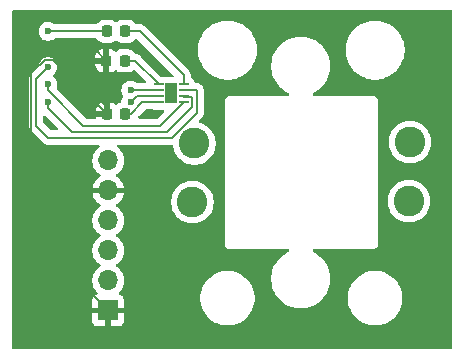
<source format=gbr>
%TF.GenerationSoftware,KiCad,Pcbnew,9.0.1+dfsg-1*%
%TF.CreationDate,2025-04-15T12:44:36+02:00*%
%TF.ProjectId,VCM-addon-pcb,56434d2d-6164-4646-9f6e-2d7063622e6b,rev?*%
%TF.SameCoordinates,Original*%
%TF.FileFunction,Copper,L1,Top*%
%TF.FilePolarity,Positive*%
%FSLAX46Y46*%
G04 Gerber Fmt 4.6, Leading zero omitted, Abs format (unit mm)*
G04 Created by KiCad (PCBNEW 9.0.1+dfsg-1) date 2025-04-15 12:44:36*
%MOMM*%
%LPD*%
G01*
G04 APERTURE LIST*
G04 Aperture macros list*
%AMRoundRect*
0 Rectangle with rounded corners*
0 $1 Rounding radius*
0 $2 $3 $4 $5 $6 $7 $8 $9 X,Y pos of 4 corners*
0 Add a 4 corners polygon primitive as box body*
4,1,4,$2,$3,$4,$5,$6,$7,$8,$9,$2,$3,0*
0 Add four circle primitives for the rounded corners*
1,1,$1+$1,$2,$3*
1,1,$1+$1,$4,$5*
1,1,$1+$1,$6,$7*
1,1,$1+$1,$8,$9*
0 Add four rect primitives between the rounded corners*
20,1,$1+$1,$2,$3,$4,$5,0*
20,1,$1+$1,$4,$5,$6,$7,0*
20,1,$1+$1,$6,$7,$8,$9,0*
20,1,$1+$1,$8,$9,$2,$3,0*%
G04 Aperture macros list end*
%TA.AperFunction,SMDPad,CuDef*%
%ADD10RoundRect,0.225000X0.225000X0.250000X-0.225000X0.250000X-0.225000X-0.250000X0.225000X-0.250000X0*%
%TD*%
%TA.AperFunction,SMDPad,CuDef*%
%ADD11RoundRect,0.225000X-0.225000X-0.250000X0.225000X-0.250000X0.225000X0.250000X-0.225000X0.250000X0*%
%TD*%
%TA.AperFunction,SMDPad,CuDef*%
%ADD12R,0.806066X0.256842*%
%TD*%
%TA.AperFunction,SMDPad,CuDef*%
%ADD13R,1.000000X1.699999*%
%TD*%
%TA.AperFunction,ComponentPad*%
%ADD14R,1.700000X1.700000*%
%TD*%
%TA.AperFunction,ComponentPad*%
%ADD15O,1.700000X1.700000*%
%TD*%
%TA.AperFunction,ViaPad*%
%ADD16C,0.600000*%
%TD*%
%TA.AperFunction,ViaPad*%
%ADD17C,2.600000*%
%TD*%
%TA.AperFunction,Conductor*%
%ADD18C,0.200000*%
%TD*%
G04 APERTURE END LIST*
D10*
%TO.P,C4,1*%
%TO.N,Net-(U1-GND)*%
X138050000Y-111500000D03*
%TO.P,C4,2*%
%TO.N,GNDREF*%
X136500000Y-111500000D03*
%TD*%
D11*
%TO.P,C3,1*%
%TO.N,Net-(U1-VCC)*%
X136500000Y-104500000D03*
%TO.P,C3,2*%
X138050000Y-104500000D03*
%TD*%
D12*
%TO.P,U1,1,VM*%
%TO.N,Net-(U1-VM)*%
X140893934Y-109000001D03*
%TO.P,U1,2,OUT1*%
%TO.N,VCM -*%
X140893934Y-109499999D03*
%TO.P,U1,3,OUT2*%
%TO.N,VCM +*%
X140893934Y-109999999D03*
%TO.P,U1,4,GND*%
%TO.N,Net-(U1-GND)*%
X140893934Y-110500000D03*
%TO.P,U1,5,IN2_EN*%
%TO.N,PWM_EN*%
X143000000Y-110500000D03*
%TO.P,U1,6,IN1_PH*%
%TO.N,PWM_PH*%
X143000000Y-109999999D03*
%TO.P,U1,7,MODE*%
%TO.N,SLEEP*%
X143000000Y-109499999D03*
%TO.P,U1,8,VCC*%
%TO.N,Net-(U1-VCC)*%
X143000000Y-109000001D03*
D13*
%TO.P,U1,9,Thermal_Pad*%
%TO.N,unconnected-(U1-Thermal_Pad-Pad9)*%
X141946967Y-109749999D03*
%TD*%
D11*
%TO.P,C2,1*%
%TO.N,GNDREF*%
X136450000Y-107000000D03*
%TO.P,C2,2*%
%TO.N,Net-(U1-VM)*%
X138000000Y-107000000D03*
%TD*%
D14*
%TO.P,.54mm_Haaks,1*%
%TO.N,GNDREF*%
X136600000Y-128140000D03*
D15*
%TO.P,.54mm_Haaks,2*%
%TO.N,PWM_PH*%
X136600000Y-125600000D03*
%TO.P,.54mm_Haaks,3*%
%TO.N,PWM_EN*%
X136600000Y-123060000D03*
%TO.P,.54mm_Haaks,4*%
%TO.N,SLEEP*%
X136600000Y-120520000D03*
%TO.P,.54mm_Haaks,5*%
%TO.N,GNDREF*%
X136600000Y-117980000D03*
%TO.P,.54mm_Haaks,6*%
%TO.N,Net-(U1-VCC)*%
X136600000Y-115440000D03*
%TD*%
D16*
%TO.N,unconnected-(U1-Thermal_Pad-Pad9)*%
X141975000Y-109725000D03*
D17*
%TO.N,VCM -*%
X143900000Y-114000000D03*
D16*
%TO.N,Net-(U1-VCC)*%
X131500000Y-104500000D03*
%TO.N,VCM -*%
X138500000Y-109500000D03*
D17*
X162050000Y-118875000D03*
D16*
%TO.N,VCM +*%
X138500000Y-110500000D03*
D17*
X143732114Y-118961986D03*
X162150000Y-113875000D03*
D16*
%TO.N,PWM_EN*%
X131500000Y-109000000D03*
%TO.N,SLEEP*%
X131500000Y-107500000D03*
%TO.N,PWM_PH*%
X131500000Y-110500000D03*
%TO.N,GNDREF*%
X131500000Y-106000000D03*
%TD*%
D18*
%TO.N,unconnected-(U1-Thermal_Pad-Pad9)*%
X141950001Y-109749999D02*
X141975000Y-109725000D01*
X141946967Y-109749999D02*
X141950001Y-109749999D01*
%TO.N,Net-(U1-VM)*%
X138000000Y-107000000D02*
X138893933Y-107000000D01*
X138893933Y-107000000D02*
X140893934Y-109000001D01*
%TO.N,Net-(U1-VCC)*%
X136225000Y-104500000D02*
X131500000Y-104500000D01*
X143000000Y-108225000D02*
X143000000Y-109000001D01*
X139275000Y-104500000D02*
X143000000Y-108225000D01*
X137775000Y-104500000D02*
X139275000Y-104500000D01*
%TO.N,VCM -*%
X141000000Y-109500000D02*
X138500000Y-109500000D01*
X140893934Y-109499999D02*
X140999999Y-109499999D01*
X140999999Y-109499999D02*
X141000000Y-109500000D01*
%TO.N,Net-(U1-GND)*%
X138500000Y-111500000D02*
X139500000Y-110500000D01*
X139500000Y-110500000D02*
X140893934Y-110500000D01*
X138050000Y-111500000D02*
X138500000Y-111500000D01*
%TO.N,VCM +*%
X139000001Y-109999999D02*
X138500000Y-110500000D01*
X140893934Y-109999999D02*
X139000001Y-109999999D01*
%TO.N,PWM_EN*%
X141000000Y-112500000D02*
X143000000Y-110500000D01*
X131500000Y-109500000D02*
X134500000Y-112500000D01*
X131500000Y-109000000D02*
X131500000Y-109500000D01*
X134500000Y-112500000D02*
X141000000Y-112500000D01*
%TO.N,SLEEP*%
X143000000Y-109499999D02*
X144105033Y-109500000D01*
X144105033Y-109500000D02*
X144105033Y-111394967D01*
X144105033Y-111394967D02*
X142000000Y-113500000D01*
X142000000Y-113500000D02*
X131500000Y-113500000D01*
X130500000Y-108500000D02*
X131500000Y-107500000D01*
X130500000Y-112500000D02*
X130500000Y-108500000D01*
X131500000Y-113500000D02*
X130500000Y-112500000D01*
%TO.N,PWM_PH*%
X131500000Y-111000000D02*
X133500000Y-113000000D01*
X143636934Y-110070579D02*
X143000000Y-110070579D01*
X133500000Y-113000000D02*
X141602016Y-113000000D01*
X141602016Y-113000000D02*
X143672595Y-110929421D01*
X143672595Y-110929421D02*
X143704033Y-110929421D01*
X143000000Y-109999999D02*
X143000000Y-110000000D01*
X143704033Y-110929421D02*
X143704033Y-110500000D01*
X143704033Y-110929421D02*
X143704033Y-110137678D01*
X131500000Y-110500000D02*
X131500000Y-111000000D01*
X143000000Y-110070579D02*
X143000000Y-109999999D01*
X143704033Y-110137678D02*
X143636934Y-110070579D01*
%TO.N,GNDREF*%
X136500000Y-111500000D02*
X136500000Y-110937925D01*
X131562075Y-106000000D02*
X131500000Y-106000000D01*
X136600000Y-128140000D02*
X130099000Y-121639000D01*
X130099000Y-121639000D02*
X130099000Y-108051057D01*
X131251057Y-106899000D02*
X131899000Y-106899000D01*
X130099000Y-108051057D02*
X131251057Y-106899000D01*
X136500000Y-110937925D02*
X131562075Y-106000000D01*
X131899000Y-106899000D02*
X136500000Y-111500000D01*
X135450000Y-106000000D02*
X131500000Y-106000000D01*
X136450000Y-107000000D02*
X135450000Y-106000000D01*
%TD*%
%TA.AperFunction,Conductor*%
%TO.N,GNDREF*%
G36*
X165667539Y-102720185D02*
G01*
X165713294Y-102772989D01*
X165724500Y-102824500D01*
X165724500Y-131300500D01*
X165704815Y-131367539D01*
X165652011Y-131413294D01*
X165600500Y-131424500D01*
X128599500Y-131424500D01*
X128532461Y-131404815D01*
X128486706Y-131352011D01*
X128475500Y-131300500D01*
X128475500Y-112579054D01*
X129899498Y-112579054D01*
X129940424Y-112731789D01*
X129940425Y-112731790D01*
X129961455Y-112768214D01*
X129961456Y-112768216D01*
X130019475Y-112868709D01*
X130019481Y-112868717D01*
X130138349Y-112987585D01*
X130138354Y-112987589D01*
X131131284Y-113980520D01*
X131131286Y-113980521D01*
X131131290Y-113980524D01*
X131268209Y-114059573D01*
X131268216Y-114059577D01*
X131420943Y-114100501D01*
X131420945Y-114100501D01*
X131586654Y-114100501D01*
X131586670Y-114100500D01*
X135764423Y-114100500D01*
X135831462Y-114120185D01*
X135877217Y-114172989D01*
X135887161Y-114242147D01*
X135858136Y-114305703D01*
X135837310Y-114324816D01*
X135799882Y-114352010D01*
X135720207Y-114409896D01*
X135569890Y-114560213D01*
X135444951Y-114732179D01*
X135348444Y-114921585D01*
X135282753Y-115123760D01*
X135272309Y-115189704D01*
X135249500Y-115333713D01*
X135249500Y-115546287D01*
X135282754Y-115756243D01*
X135297133Y-115800498D01*
X135348444Y-115958414D01*
X135444951Y-116147820D01*
X135569890Y-116319786D01*
X135720213Y-116470109D01*
X135892179Y-116595048D01*
X135892181Y-116595049D01*
X135892184Y-116595051D01*
X135901493Y-116599794D01*
X135952290Y-116647766D01*
X135969087Y-116715587D01*
X135946552Y-116781722D01*
X135901502Y-116820762D01*
X135892443Y-116825378D01*
X135720540Y-116950272D01*
X135720535Y-116950276D01*
X135570276Y-117100535D01*
X135570272Y-117100540D01*
X135445379Y-117272442D01*
X135348904Y-117461782D01*
X135283242Y-117663870D01*
X135283242Y-117663873D01*
X135272769Y-117730000D01*
X136166988Y-117730000D01*
X136134075Y-117787007D01*
X136100000Y-117914174D01*
X136100000Y-118045826D01*
X136134075Y-118172993D01*
X136166988Y-118230000D01*
X135272769Y-118230000D01*
X135283242Y-118296126D01*
X135283242Y-118296129D01*
X135348904Y-118498217D01*
X135445379Y-118687557D01*
X135570272Y-118859459D01*
X135570276Y-118859464D01*
X135720535Y-119009723D01*
X135720540Y-119009727D01*
X135892444Y-119134622D01*
X135901495Y-119139234D01*
X135952292Y-119187208D01*
X135969087Y-119255029D01*
X135946550Y-119321164D01*
X135901499Y-119360202D01*
X135892182Y-119364949D01*
X135720213Y-119489890D01*
X135569890Y-119640213D01*
X135444951Y-119812179D01*
X135348444Y-120001585D01*
X135282753Y-120203760D01*
X135249500Y-120413713D01*
X135249500Y-120626286D01*
X135282753Y-120836239D01*
X135348444Y-121038414D01*
X135444951Y-121227820D01*
X135569890Y-121399786D01*
X135720213Y-121550109D01*
X135892182Y-121675050D01*
X135900946Y-121679516D01*
X135951742Y-121727491D01*
X135968536Y-121795312D01*
X135945998Y-121861447D01*
X135900946Y-121900484D01*
X135892182Y-121904949D01*
X135720213Y-122029890D01*
X135569890Y-122180213D01*
X135444951Y-122352179D01*
X135348444Y-122541585D01*
X135282753Y-122743760D01*
X135265847Y-122850500D01*
X135249500Y-122953713D01*
X135249500Y-123166287D01*
X135282754Y-123376243D01*
X135294805Y-123413333D01*
X135348444Y-123578414D01*
X135444951Y-123767820D01*
X135569890Y-123939786D01*
X135720213Y-124090109D01*
X135892182Y-124215050D01*
X135900946Y-124219516D01*
X135951742Y-124267491D01*
X135968536Y-124335312D01*
X135945998Y-124401447D01*
X135900946Y-124440484D01*
X135892182Y-124444949D01*
X135720213Y-124569890D01*
X135569890Y-124720213D01*
X135444951Y-124892179D01*
X135348444Y-125081585D01*
X135282753Y-125283760D01*
X135249500Y-125493713D01*
X135249500Y-125706286D01*
X135282753Y-125916239D01*
X135348444Y-126118414D01*
X135444951Y-126307820D01*
X135569890Y-126479786D01*
X135683818Y-126593714D01*
X135717303Y-126655037D01*
X135712319Y-126724729D01*
X135670447Y-126780662D01*
X135639471Y-126797577D01*
X135507912Y-126846646D01*
X135507906Y-126846649D01*
X135392812Y-126932809D01*
X135392809Y-126932812D01*
X135306649Y-127047906D01*
X135306645Y-127047913D01*
X135256403Y-127182620D01*
X135256401Y-127182627D01*
X135250000Y-127242155D01*
X135250000Y-127890000D01*
X136166988Y-127890000D01*
X136134075Y-127947007D01*
X136100000Y-128074174D01*
X136100000Y-128205826D01*
X136134075Y-128332993D01*
X136166988Y-128390000D01*
X135250000Y-128390000D01*
X135250000Y-129037844D01*
X135256401Y-129097372D01*
X135256403Y-129097379D01*
X135306645Y-129232086D01*
X135306649Y-129232093D01*
X135392809Y-129347187D01*
X135392812Y-129347190D01*
X135507906Y-129433350D01*
X135507913Y-129433354D01*
X135642620Y-129483596D01*
X135642627Y-129483598D01*
X135702155Y-129489999D01*
X135702172Y-129490000D01*
X136350000Y-129490000D01*
X136350000Y-128573012D01*
X136407007Y-128605925D01*
X136534174Y-128640000D01*
X136665826Y-128640000D01*
X136792993Y-128605925D01*
X136850000Y-128573012D01*
X136850000Y-129490000D01*
X137497828Y-129490000D01*
X137497844Y-129489999D01*
X137557372Y-129483598D01*
X137557379Y-129483596D01*
X137692086Y-129433354D01*
X137692093Y-129433350D01*
X137807187Y-129347190D01*
X137807190Y-129347187D01*
X137893350Y-129232093D01*
X137893354Y-129232086D01*
X137943596Y-129097379D01*
X137943598Y-129097372D01*
X137949999Y-129037844D01*
X137950000Y-129037827D01*
X137950000Y-128390000D01*
X137033012Y-128390000D01*
X137065925Y-128332993D01*
X137100000Y-128205826D01*
X137100000Y-128074174D01*
X137065925Y-127947007D01*
X137033012Y-127890000D01*
X137950000Y-127890000D01*
X137950000Y-127242172D01*
X137949999Y-127242155D01*
X137943598Y-127182627D01*
X137943596Y-127182620D01*
X137893354Y-127047913D01*
X137893350Y-127047906D01*
X137872062Y-127019469D01*
X137819475Y-126949223D01*
X144399500Y-126949223D01*
X144399500Y-127250776D01*
X144399501Y-127250793D01*
X144438861Y-127549766D01*
X144516913Y-127841060D01*
X144632314Y-128119661D01*
X144632318Y-128119671D01*
X144783099Y-128380831D01*
X144966679Y-128620078D01*
X144966685Y-128620085D01*
X145179914Y-128833314D01*
X145179921Y-128833320D01*
X145419168Y-129016900D01*
X145680328Y-129167681D01*
X145680329Y-129167681D01*
X145680332Y-129167683D01*
X145835815Y-129232086D01*
X145958939Y-129283086D01*
X145958940Y-129283086D01*
X145958942Y-129283087D01*
X146250232Y-129361138D01*
X146549217Y-129400500D01*
X146549224Y-129400500D01*
X146850776Y-129400500D01*
X146850783Y-129400500D01*
X147149768Y-129361138D01*
X147441058Y-129283087D01*
X147719668Y-129167683D01*
X147980832Y-129016900D01*
X148220080Y-128833319D01*
X148433319Y-128620080D01*
X148616900Y-128380832D01*
X148767683Y-128119668D01*
X148883087Y-127841058D01*
X148961138Y-127549768D01*
X149000500Y-127250783D01*
X149000500Y-126949217D01*
X148961138Y-126650232D01*
X148883087Y-126358942D01*
X148767683Y-126080332D01*
X148738445Y-126029691D01*
X148616900Y-125819168D01*
X148433320Y-125579921D01*
X148433314Y-125579914D01*
X148220085Y-125366685D01*
X148220078Y-125366679D01*
X147980831Y-125183099D01*
X147719671Y-125032318D01*
X147719661Y-125032314D01*
X147441060Y-124916913D01*
X147149766Y-124838861D01*
X146850793Y-124799501D01*
X146850788Y-124799500D01*
X146850783Y-124799500D01*
X146549217Y-124799500D01*
X146549211Y-124799500D01*
X146549206Y-124799501D01*
X146250233Y-124838861D01*
X145958939Y-124916913D01*
X145680338Y-125032314D01*
X145680328Y-125032318D01*
X145419168Y-125183099D01*
X145179921Y-125366679D01*
X145179914Y-125366685D01*
X144966685Y-125579914D01*
X144966679Y-125579921D01*
X144783099Y-125819168D01*
X144632318Y-126080328D01*
X144632314Y-126080338D01*
X144516913Y-126358939D01*
X144438861Y-126650233D01*
X144399501Y-126949206D01*
X144399500Y-126949223D01*
X137819475Y-126949223D01*
X137807190Y-126932812D01*
X137807187Y-126932809D01*
X137692093Y-126846649D01*
X137692088Y-126846646D01*
X137560528Y-126797577D01*
X137504595Y-126755705D01*
X137480178Y-126690241D01*
X137495030Y-126621968D01*
X137516175Y-126593720D01*
X137630104Y-126479792D01*
X137755051Y-126307816D01*
X137851557Y-126118412D01*
X137917246Y-125916243D01*
X137950500Y-125706287D01*
X137950500Y-125493713D01*
X137917246Y-125283757D01*
X137851557Y-125081588D01*
X137755051Y-124892184D01*
X137755049Y-124892181D01*
X137755048Y-124892179D01*
X137630109Y-124720213D01*
X137479786Y-124569890D01*
X137307820Y-124444951D01*
X137307115Y-124444591D01*
X137299054Y-124440485D01*
X137248259Y-124392512D01*
X137231463Y-124324692D01*
X137253999Y-124258556D01*
X137299054Y-124219515D01*
X137307816Y-124215051D01*
X137359745Y-124177323D01*
X137479786Y-124090109D01*
X137479788Y-124090106D01*
X137479792Y-124090104D01*
X137630104Y-123939792D01*
X137630106Y-123939788D01*
X137630109Y-123939786D01*
X137755048Y-123767820D01*
X137755047Y-123767820D01*
X137755051Y-123767816D01*
X137851557Y-123578412D01*
X137917246Y-123376243D01*
X137950500Y-123166287D01*
X137950500Y-122953713D01*
X137917246Y-122743757D01*
X137851557Y-122541588D01*
X137755051Y-122352184D01*
X137755049Y-122352181D01*
X137755048Y-122352179D01*
X137630109Y-122180213D01*
X137479786Y-122029890D01*
X137307820Y-121904951D01*
X137307115Y-121904591D01*
X137299054Y-121900485D01*
X137248259Y-121852512D01*
X137231463Y-121784692D01*
X137253999Y-121718556D01*
X137299054Y-121679515D01*
X137307816Y-121675051D01*
X137329789Y-121659086D01*
X137479786Y-121550109D01*
X137479788Y-121550106D01*
X137479792Y-121550104D01*
X137630104Y-121399792D01*
X137630106Y-121399788D01*
X137630109Y-121399786D01*
X137755048Y-121227820D01*
X137755047Y-121227820D01*
X137755051Y-121227816D01*
X137851557Y-121038412D01*
X137917246Y-120836243D01*
X137950500Y-120626287D01*
X137950500Y-120413713D01*
X137917246Y-120203757D01*
X137851557Y-120001588D01*
X137755051Y-119812184D01*
X137755049Y-119812181D01*
X137755048Y-119812179D01*
X137630109Y-119640213D01*
X137479786Y-119489890D01*
X137307817Y-119364949D01*
X137298504Y-119360204D01*
X137247707Y-119312230D01*
X137230912Y-119244409D01*
X137253449Y-119178274D01*
X137298507Y-119139232D01*
X137307558Y-119134620D01*
X137479459Y-119009727D01*
X137479464Y-119009723D01*
X137629723Y-118859464D01*
X137629727Y-118859459D01*
X137640972Y-118843981D01*
X141931614Y-118843981D01*
X141931614Y-119079990D01*
X141931615Y-119080006D01*
X141962420Y-119313996D01*
X142023508Y-119541979D01*
X142113828Y-119760031D01*
X142113833Y-119760042D01*
X142143935Y-119812179D01*
X142231841Y-119964436D01*
X142231843Y-119964439D01*
X142231844Y-119964440D01*
X142375520Y-120151683D01*
X142375526Y-120151690D01*
X142542409Y-120318573D01*
X142542415Y-120318578D01*
X142729664Y-120462259D01*
X142861032Y-120538104D01*
X142934057Y-120580266D01*
X142934062Y-120580268D01*
X142934065Y-120580270D01*
X143152121Y-120670592D01*
X143380100Y-120731679D01*
X143614103Y-120762486D01*
X143614110Y-120762486D01*
X143850118Y-120762486D01*
X143850125Y-120762486D01*
X144084128Y-120731679D01*
X144312107Y-120670592D01*
X144530163Y-120580270D01*
X144734564Y-120462259D01*
X144921813Y-120318578D01*
X145088706Y-120151685D01*
X145232387Y-119964436D01*
X145350398Y-119760035D01*
X145440720Y-119541979D01*
X145501807Y-119314000D01*
X145532614Y-119079997D01*
X145532614Y-118843975D01*
X145501807Y-118609972D01*
X145440720Y-118381993D01*
X145350398Y-118163937D01*
X145350396Y-118163934D01*
X145350394Y-118163929D01*
X145300178Y-118076954D01*
X145232387Y-117959536D01*
X145088706Y-117772287D01*
X145088701Y-117772281D01*
X144921818Y-117605398D01*
X144921811Y-117605392D01*
X144734568Y-117461716D01*
X144734567Y-117461715D01*
X144734564Y-117461713D01*
X144653071Y-117414663D01*
X144530170Y-117343705D01*
X144530159Y-117343700D01*
X144312107Y-117253380D01*
X144084124Y-117192292D01*
X143850134Y-117161487D01*
X143850131Y-117161486D01*
X143850125Y-117161486D01*
X143614103Y-117161486D01*
X143614097Y-117161486D01*
X143614093Y-117161487D01*
X143380103Y-117192292D01*
X143152120Y-117253380D01*
X142934068Y-117343700D01*
X142934057Y-117343705D01*
X142729659Y-117461716D01*
X142542416Y-117605392D01*
X142542409Y-117605398D01*
X142375526Y-117772281D01*
X142375520Y-117772288D01*
X142231844Y-117959531D01*
X142113833Y-118163929D01*
X142113828Y-118163940D01*
X142023508Y-118381992D01*
X141962420Y-118609975D01*
X141931615Y-118843965D01*
X141931614Y-118843981D01*
X137640972Y-118843981D01*
X137696878Y-118767034D01*
X137696880Y-118767031D01*
X137754623Y-118687553D01*
X137851095Y-118498217D01*
X137916757Y-118296129D01*
X137916757Y-118296126D01*
X137927231Y-118230000D01*
X137033012Y-118230000D01*
X137065925Y-118172993D01*
X137100000Y-118045826D01*
X137100000Y-117914174D01*
X137065925Y-117787007D01*
X137033012Y-117730000D01*
X137927231Y-117730000D01*
X137916757Y-117663873D01*
X137916757Y-117663870D01*
X137851095Y-117461782D01*
X137754620Y-117272442D01*
X137629727Y-117100540D01*
X137629723Y-117100535D01*
X137479464Y-116950276D01*
X137479459Y-116950272D01*
X137307555Y-116825377D01*
X137298500Y-116820763D01*
X137247706Y-116772788D01*
X137230912Y-116704966D01*
X137253451Y-116638832D01*
X137298508Y-116599793D01*
X137307816Y-116595051D01*
X137387007Y-116537515D01*
X137479786Y-116470109D01*
X137479788Y-116470106D01*
X137479792Y-116470104D01*
X137630104Y-116319792D01*
X137630106Y-116319788D01*
X137630109Y-116319786D01*
X137755048Y-116147820D01*
X137755047Y-116147820D01*
X137755051Y-116147816D01*
X137851557Y-115958412D01*
X137917246Y-115756243D01*
X137950500Y-115546287D01*
X137950500Y-115333713D01*
X137917246Y-115123757D01*
X137851557Y-114921588D01*
X137755051Y-114732184D01*
X137755049Y-114732181D01*
X137755048Y-114732179D01*
X137630109Y-114560213D01*
X137479792Y-114409896D01*
X137362691Y-114324817D01*
X137320026Y-114269489D01*
X137314047Y-114199876D01*
X137346652Y-114138080D01*
X137407491Y-114103723D01*
X137435577Y-114100500D01*
X141913333Y-114100500D01*
X141920939Y-114100500D01*
X141920943Y-114100501D01*
X141988452Y-114100501D01*
X142055491Y-114120186D01*
X142101245Y-114172991D01*
X142101245Y-114172995D01*
X142111388Y-114208315D01*
X142115843Y-114242147D01*
X142126726Y-114324819D01*
X142130307Y-114352014D01*
X142157900Y-114454993D01*
X142191394Y-114579993D01*
X142281714Y-114798045D01*
X142281719Y-114798056D01*
X142352677Y-114920957D01*
X142399727Y-115002450D01*
X142399729Y-115002453D01*
X142399730Y-115002454D01*
X142543406Y-115189697D01*
X142543412Y-115189704D01*
X142710295Y-115356587D01*
X142710302Y-115356593D01*
X142820306Y-115441001D01*
X142897550Y-115500273D01*
X142977249Y-115546287D01*
X143101943Y-115618280D01*
X143101948Y-115618282D01*
X143101951Y-115618284D01*
X143320007Y-115708606D01*
X143547986Y-115769693D01*
X143781989Y-115800500D01*
X143781996Y-115800500D01*
X144018004Y-115800500D01*
X144018011Y-115800500D01*
X144252014Y-115769693D01*
X144479993Y-115708606D01*
X144698049Y-115618284D01*
X144902450Y-115500273D01*
X145089699Y-115356592D01*
X145256592Y-115189699D01*
X145400273Y-115002450D01*
X145518284Y-114798049D01*
X145608606Y-114579993D01*
X145669693Y-114352014D01*
X145700500Y-114118011D01*
X145700500Y-113881989D01*
X145669693Y-113647986D01*
X145608606Y-113420007D01*
X145518284Y-113201951D01*
X145518282Y-113201948D01*
X145518280Y-113201943D01*
X145476118Y-113128918D01*
X145400273Y-112997550D01*
X145309932Y-112879815D01*
X145256593Y-112810302D01*
X145256587Y-112810295D01*
X145089704Y-112643412D01*
X145089697Y-112643406D01*
X144902454Y-112499730D01*
X144902453Y-112499729D01*
X144902450Y-112499727D01*
X144820957Y-112452677D01*
X144698056Y-112381719D01*
X144698045Y-112381714D01*
X144479993Y-112291394D01*
X144465770Y-112287583D01*
X144354505Y-112257769D01*
X144349321Y-112254610D01*
X144343266Y-112254177D01*
X144319837Y-112236638D01*
X144294846Y-112221405D01*
X144292192Y-112215943D01*
X144287333Y-112212305D01*
X144277105Y-112184885D01*
X144264317Y-112158558D01*
X144265037Y-112152529D01*
X144262916Y-112146841D01*
X144269137Y-112118241D01*
X144272612Y-112089182D01*
X144276807Y-112082983D01*
X144277768Y-112078568D01*
X144298916Y-112050317D01*
X144473746Y-111875488D01*
X144473749Y-111875487D01*
X144585553Y-111763683D01*
X144635672Y-111676871D01*
X144664610Y-111626752D01*
X144705533Y-111474025D01*
X144705533Y-111315910D01*
X144705533Y-110384108D01*
X146449500Y-110384108D01*
X146449500Y-122515892D01*
X146456385Y-122541588D01*
X146483608Y-122643187D01*
X146516554Y-122700250D01*
X146549500Y-122757314D01*
X146642686Y-122850500D01*
X146756814Y-122916392D01*
X146884108Y-122950500D01*
X146884110Y-122950500D01*
X151799873Y-122950500D01*
X151866912Y-122970185D01*
X151912667Y-123022989D01*
X151922611Y-123092147D01*
X151893586Y-123155703D01*
X151853674Y-123186220D01*
X151692351Y-123263908D01*
X151454544Y-123413333D01*
X151234966Y-123588440D01*
X151036374Y-123787032D01*
X150861267Y-124006610D01*
X150711844Y-124244414D01*
X150589991Y-124497445D01*
X150497234Y-124762527D01*
X150497230Y-124762539D01*
X150434736Y-125036344D01*
X150434733Y-125036362D01*
X150403291Y-125315425D01*
X150403291Y-125596288D01*
X150434733Y-125875351D01*
X150434736Y-125875369D01*
X150497230Y-126149174D01*
X150497234Y-126149186D01*
X150589991Y-126414268D01*
X150711844Y-126667299D01*
X150747930Y-126724729D01*
X150861268Y-126905105D01*
X151036375Y-127124682D01*
X151234966Y-127323273D01*
X151454543Y-127498380D01*
X151692346Y-127647802D01*
X151945383Y-127769658D01*
X152126384Y-127832993D01*
X152210461Y-127862413D01*
X152210473Y-127862417D01*
X152484282Y-127924912D01*
X152484288Y-127924912D01*
X152484296Y-127924914D01*
X152653321Y-127943958D01*
X152763360Y-127956356D01*
X152763363Y-127956357D01*
X152763366Y-127956357D01*
X153044219Y-127956357D01*
X153044220Y-127956356D01*
X153186846Y-127940286D01*
X153323285Y-127924914D01*
X153323290Y-127924913D01*
X153323300Y-127924912D01*
X153597109Y-127862417D01*
X153862199Y-127769658D01*
X154115236Y-127647802D01*
X154353039Y-127498380D01*
X154572616Y-127323273D01*
X154771207Y-127124682D01*
X154911131Y-126949223D01*
X156899500Y-126949223D01*
X156899500Y-127250776D01*
X156899501Y-127250793D01*
X156938861Y-127549766D01*
X157016913Y-127841060D01*
X157132314Y-128119661D01*
X157132318Y-128119671D01*
X157283099Y-128380831D01*
X157466679Y-128620078D01*
X157466685Y-128620085D01*
X157679914Y-128833314D01*
X157679921Y-128833320D01*
X157919168Y-129016900D01*
X158180328Y-129167681D01*
X158180329Y-129167681D01*
X158180332Y-129167683D01*
X158335815Y-129232086D01*
X158458939Y-129283086D01*
X158458940Y-129283086D01*
X158458942Y-129283087D01*
X158750232Y-129361138D01*
X159049217Y-129400500D01*
X159049224Y-129400500D01*
X159350776Y-129400500D01*
X159350783Y-129400500D01*
X159649768Y-129361138D01*
X159941058Y-129283087D01*
X160219668Y-129167683D01*
X160480832Y-129016900D01*
X160720080Y-128833319D01*
X160933319Y-128620080D01*
X161116900Y-128380832D01*
X161267683Y-128119668D01*
X161383087Y-127841058D01*
X161461138Y-127549768D01*
X161500500Y-127250783D01*
X161500500Y-126949217D01*
X161461138Y-126650232D01*
X161383087Y-126358942D01*
X161267683Y-126080332D01*
X161238445Y-126029691D01*
X161116900Y-125819168D01*
X160933320Y-125579921D01*
X160933314Y-125579914D01*
X160720085Y-125366685D01*
X160720078Y-125366679D01*
X160480831Y-125183099D01*
X160219671Y-125032318D01*
X160219661Y-125032314D01*
X159941060Y-124916913D01*
X159649766Y-124838861D01*
X159350793Y-124799501D01*
X159350788Y-124799500D01*
X159350783Y-124799500D01*
X159049217Y-124799500D01*
X159049211Y-124799500D01*
X159049206Y-124799501D01*
X158750233Y-124838861D01*
X158458939Y-124916913D01*
X158180338Y-125032314D01*
X158180328Y-125032318D01*
X157919168Y-125183099D01*
X157679921Y-125366679D01*
X157679914Y-125366685D01*
X157466685Y-125579914D01*
X157466679Y-125579921D01*
X157283099Y-125819168D01*
X157132318Y-126080328D01*
X157132314Y-126080338D01*
X157016913Y-126358939D01*
X156938861Y-126650233D01*
X156899501Y-126949206D01*
X156899500Y-126949223D01*
X154911131Y-126949223D01*
X154946314Y-126905105D01*
X155095736Y-126667302D01*
X155217592Y-126414265D01*
X155310351Y-126149175D01*
X155372846Y-125875366D01*
X155404291Y-125596282D01*
X155404291Y-125315432D01*
X155380672Y-125105806D01*
X155372848Y-125036362D01*
X155372845Y-125036344D01*
X155310351Y-124762539D01*
X155310347Y-124762527D01*
X155287256Y-124696537D01*
X155217592Y-124497449D01*
X155095736Y-124244412D01*
X154946314Y-124006609D01*
X154771207Y-123787032D01*
X154572616Y-123588441D01*
X154353039Y-123413334D01*
X154115236Y-123263912D01*
X154115237Y-123263912D01*
X154115230Y-123263908D01*
X153953908Y-123186220D01*
X153902048Y-123139398D01*
X153883735Y-123071971D01*
X153904783Y-123005347D01*
X153958509Y-122960678D01*
X154007709Y-122950500D01*
X159015890Y-122950500D01*
X159015892Y-122950500D01*
X159143186Y-122916392D01*
X159257314Y-122850500D01*
X159350500Y-122757314D01*
X159416392Y-122643186D01*
X159450500Y-122515892D01*
X159450500Y-118756995D01*
X160249500Y-118756995D01*
X160249500Y-118993004D01*
X160249501Y-118993020D01*
X160280306Y-119227010D01*
X160341394Y-119454993D01*
X160431714Y-119673045D01*
X160431719Y-119673056D01*
X160481935Y-119760031D01*
X160549727Y-119877450D01*
X160549729Y-119877453D01*
X160549730Y-119877454D01*
X160693406Y-120064697D01*
X160693412Y-120064704D01*
X160860295Y-120231587D01*
X160860301Y-120231592D01*
X161047550Y-120375273D01*
X161178918Y-120451118D01*
X161251943Y-120493280D01*
X161251948Y-120493282D01*
X161251951Y-120493284D01*
X161470007Y-120583606D01*
X161697986Y-120644693D01*
X161931989Y-120675500D01*
X161931996Y-120675500D01*
X162168004Y-120675500D01*
X162168011Y-120675500D01*
X162402014Y-120644693D01*
X162629993Y-120583606D01*
X162848049Y-120493284D01*
X163052450Y-120375273D01*
X163239699Y-120231592D01*
X163406592Y-120064699D01*
X163550273Y-119877450D01*
X163668284Y-119673049D01*
X163758606Y-119454993D01*
X163819693Y-119227014D01*
X163850500Y-118993011D01*
X163850500Y-118756989D01*
X163819693Y-118522986D01*
X163758606Y-118295007D01*
X163668284Y-118076951D01*
X163668282Y-118076948D01*
X163668280Y-118076943D01*
X163600494Y-117959536D01*
X163550273Y-117872550D01*
X163406592Y-117685301D01*
X163406587Y-117685295D01*
X163239704Y-117518412D01*
X163239697Y-117518406D01*
X163052454Y-117374730D01*
X163052453Y-117374729D01*
X163052450Y-117374727D01*
X162970957Y-117327677D01*
X162848056Y-117256719D01*
X162848045Y-117256714D01*
X162629993Y-117166394D01*
X162402010Y-117105306D01*
X162168020Y-117074501D01*
X162168017Y-117074500D01*
X162168011Y-117074500D01*
X161931989Y-117074500D01*
X161931983Y-117074500D01*
X161931979Y-117074501D01*
X161697989Y-117105306D01*
X161470006Y-117166394D01*
X161251954Y-117256714D01*
X161251943Y-117256719D01*
X161047545Y-117374730D01*
X160860302Y-117518406D01*
X160860295Y-117518412D01*
X160693412Y-117685295D01*
X160693406Y-117685302D01*
X160549730Y-117872545D01*
X160431719Y-118076943D01*
X160431714Y-118076954D01*
X160341394Y-118295006D01*
X160280306Y-118522989D01*
X160249501Y-118756979D01*
X160249500Y-118756995D01*
X159450500Y-118756995D01*
X159450500Y-113756995D01*
X160349500Y-113756995D01*
X160349500Y-113993004D01*
X160349501Y-113993020D01*
X160380306Y-114227010D01*
X160441394Y-114454993D01*
X160531714Y-114673045D01*
X160531719Y-114673056D01*
X160602677Y-114795957D01*
X160649727Y-114877450D01*
X160649729Y-114877453D01*
X160649730Y-114877454D01*
X160793406Y-115064697D01*
X160793412Y-115064704D01*
X160960295Y-115231587D01*
X160960301Y-115231592D01*
X161147550Y-115375273D01*
X161278918Y-115451118D01*
X161351943Y-115493280D01*
X161351948Y-115493282D01*
X161351951Y-115493284D01*
X161570007Y-115583606D01*
X161797986Y-115644693D01*
X162031989Y-115675500D01*
X162031996Y-115675500D01*
X162268004Y-115675500D01*
X162268011Y-115675500D01*
X162502014Y-115644693D01*
X162729993Y-115583606D01*
X162948049Y-115493284D01*
X163152450Y-115375273D01*
X163339699Y-115231592D01*
X163506592Y-115064699D01*
X163650273Y-114877450D01*
X163768284Y-114673049D01*
X163858606Y-114454993D01*
X163919693Y-114227014D01*
X163950500Y-113993011D01*
X163950500Y-113756989D01*
X163919693Y-113522986D01*
X163858606Y-113295007D01*
X163768284Y-113076951D01*
X163768282Y-113076948D01*
X163768280Y-113076943D01*
X163716691Y-112987590D01*
X163650273Y-112872550D01*
X163542264Y-112731790D01*
X163506593Y-112685302D01*
X163506587Y-112685295D01*
X163339704Y-112518412D01*
X163339697Y-112518406D01*
X163152454Y-112374730D01*
X163152453Y-112374729D01*
X163152450Y-112374727D01*
X163070957Y-112327677D01*
X162948056Y-112256719D01*
X162948045Y-112256714D01*
X162729993Y-112166394D01*
X162502010Y-112105306D01*
X162268020Y-112074501D01*
X162268017Y-112074500D01*
X162268011Y-112074500D01*
X162031989Y-112074500D01*
X162031983Y-112074500D01*
X162031979Y-112074501D01*
X161797989Y-112105306D01*
X161570006Y-112166394D01*
X161351954Y-112256714D01*
X161351943Y-112256719D01*
X161147545Y-112374730D01*
X160960302Y-112518406D01*
X160960295Y-112518412D01*
X160793412Y-112685295D01*
X160793406Y-112685302D01*
X160649730Y-112872545D01*
X160531719Y-113076943D01*
X160531714Y-113076954D01*
X160441394Y-113295006D01*
X160380306Y-113522989D01*
X160349501Y-113756979D01*
X160349500Y-113756995D01*
X159450500Y-113756995D01*
X159450500Y-110384108D01*
X159416392Y-110256814D01*
X159350500Y-110142686D01*
X159257314Y-110049500D01*
X159171578Y-110000000D01*
X159143187Y-109983608D01*
X159079539Y-109966554D01*
X159015892Y-109949500D01*
X159015891Y-109949500D01*
X154032034Y-109949500D01*
X153964995Y-109929815D01*
X153919240Y-109877011D01*
X153909296Y-109807853D01*
X153938321Y-109744297D01*
X153978232Y-109713780D01*
X154047701Y-109680324D01*
X154115236Y-109647802D01*
X154353039Y-109498380D01*
X154572616Y-109323273D01*
X154771207Y-109124682D01*
X154946314Y-108905105D01*
X155095736Y-108667302D01*
X155217592Y-108414265D01*
X155310351Y-108149175D01*
X155372846Y-107875366D01*
X155374996Y-107856290D01*
X155404290Y-107596288D01*
X155404291Y-107596284D01*
X155404291Y-107315429D01*
X155404290Y-107315425D01*
X155402365Y-107298344D01*
X155393809Y-107222404D01*
X155372848Y-107036362D01*
X155372845Y-107036344D01*
X155362200Y-106989707D01*
X155310351Y-106762539D01*
X155305963Y-106750000D01*
X155279312Y-106673834D01*
X155217592Y-106497449D01*
X155095736Y-106244412D01*
X154986460Y-106070500D01*
X154956028Y-106022068D01*
X154956027Y-106022066D01*
X154946316Y-106006612D01*
X154946315Y-106006611D01*
X154946314Y-106006609D01*
X154908800Y-105959568D01*
X156699500Y-105959568D01*
X156699500Y-106240431D01*
X156730942Y-106519494D01*
X156730945Y-106519512D01*
X156793439Y-106793317D01*
X156793443Y-106793329D01*
X156886200Y-107058411D01*
X157008053Y-107311442D01*
X157008055Y-107311445D01*
X157157477Y-107549248D01*
X157332584Y-107768825D01*
X157531175Y-107967416D01*
X157750752Y-108142523D01*
X157988555Y-108291945D01*
X158241592Y-108413801D01*
X158440680Y-108483465D01*
X158506670Y-108506556D01*
X158506682Y-108506560D01*
X158780491Y-108569055D01*
X158780497Y-108569055D01*
X158780505Y-108569057D01*
X158957979Y-108589053D01*
X159059569Y-108600499D01*
X159059572Y-108600500D01*
X159059575Y-108600500D01*
X159340428Y-108600500D01*
X159340429Y-108600499D01*
X159483055Y-108584429D01*
X159619494Y-108569057D01*
X159619499Y-108569056D01*
X159619509Y-108569055D01*
X159893318Y-108506560D01*
X160158408Y-108413801D01*
X160411445Y-108291945D01*
X160649248Y-108142523D01*
X160868825Y-107967416D01*
X161067416Y-107768825D01*
X161242523Y-107549248D01*
X161391945Y-107311445D01*
X161513801Y-107058408D01*
X161606560Y-106793318D01*
X161669055Y-106519509D01*
X161669059Y-106519480D01*
X161684795Y-106379814D01*
X161700500Y-106240425D01*
X161700500Y-105959575D01*
X161669055Y-105680491D01*
X161606560Y-105406682D01*
X161513801Y-105141592D01*
X161391945Y-104888555D01*
X161242523Y-104650752D01*
X161067416Y-104431175D01*
X160868825Y-104232584D01*
X160649248Y-104057477D01*
X160411445Y-103908055D01*
X160411442Y-103908053D01*
X160158411Y-103786200D01*
X159893329Y-103693443D01*
X159893317Y-103693439D01*
X159619512Y-103630945D01*
X159619494Y-103630942D01*
X159340431Y-103599500D01*
X159340425Y-103599500D01*
X159059575Y-103599500D01*
X159059568Y-103599500D01*
X158780505Y-103630942D01*
X158780487Y-103630945D01*
X158506682Y-103693439D01*
X158506670Y-103693443D01*
X158241588Y-103786200D01*
X157988557Y-103908053D01*
X157750753Y-104057476D01*
X157531175Y-104232583D01*
X157332583Y-104431175D01*
X157157476Y-104650753D01*
X157008053Y-104888557D01*
X156886200Y-105141588D01*
X156793443Y-105406670D01*
X156793439Y-105406682D01*
X156730945Y-105680487D01*
X156730942Y-105680505D01*
X156699500Y-105959568D01*
X154908800Y-105959568D01*
X154771207Y-105787032D01*
X154572616Y-105588441D01*
X154353039Y-105413334D01*
X154124508Y-105269738D01*
X154115233Y-105263910D01*
X153862202Y-105142057D01*
X153597120Y-105049300D01*
X153597108Y-105049296D01*
X153323303Y-104986802D01*
X153323285Y-104986799D01*
X153044222Y-104955357D01*
X153044216Y-104955357D01*
X152763366Y-104955357D01*
X152763359Y-104955357D01*
X152484296Y-104986799D01*
X152484278Y-104986802D01*
X152210473Y-105049296D01*
X152210461Y-105049300D01*
X151945379Y-105142057D01*
X151692348Y-105263910D01*
X151454544Y-105413333D01*
X151234966Y-105588440D01*
X151036374Y-105787032D01*
X150861267Y-106006610D01*
X150711844Y-106244414D01*
X150589991Y-106497445D01*
X150497234Y-106762527D01*
X150497230Y-106762539D01*
X150434736Y-107036344D01*
X150434733Y-107036362D01*
X150403291Y-107315425D01*
X150403291Y-107596288D01*
X150434733Y-107875351D01*
X150434736Y-107875369D01*
X150497230Y-108149174D01*
X150497234Y-108149186D01*
X150589991Y-108414268D01*
X150711844Y-108667299D01*
X150711846Y-108667302D01*
X150861268Y-108905105D01*
X151036375Y-109124682D01*
X151234966Y-109323273D01*
X151454543Y-109498380D01*
X151582604Y-109578846D01*
X151692348Y-109647803D01*
X151829350Y-109713780D01*
X151881209Y-109760602D01*
X151899522Y-109828029D01*
X151878474Y-109894653D01*
X151824748Y-109939322D01*
X151775548Y-109949500D01*
X146884108Y-109949500D01*
X146756812Y-109983608D01*
X146642686Y-110049500D01*
X146642683Y-110049502D01*
X146549502Y-110142683D01*
X146549500Y-110142686D01*
X146483608Y-110256812D01*
X146449500Y-110384108D01*
X144705533Y-110384108D01*
X144705533Y-109420943D01*
X144664610Y-109268216D01*
X144644561Y-109233489D01*
X144585557Y-109131290D01*
X144585551Y-109131282D01*
X144473750Y-109019481D01*
X144473749Y-109019480D01*
X144406266Y-108980519D01*
X144336818Y-108940423D01*
X144184091Y-108899500D01*
X144184089Y-108899499D01*
X144184088Y-108899499D01*
X144023063Y-108899499D01*
X143956024Y-108879814D01*
X143910269Y-108827010D01*
X143899774Y-108788751D01*
X143897124Y-108764096D01*
X143846830Y-108629251D01*
X143846826Y-108629244D01*
X143760580Y-108514036D01*
X143760581Y-108514036D01*
X143760579Y-108514034D01*
X143650187Y-108431394D01*
X143647451Y-108427740D01*
X143643297Y-108425843D01*
X143626706Y-108400028D01*
X143608318Y-108375463D01*
X143607302Y-108369833D01*
X143605523Y-108367065D01*
X143600500Y-108332130D01*
X143600500Y-108314060D01*
X143600501Y-108314047D01*
X143600501Y-108145944D01*
X143600501Y-108145943D01*
X143559577Y-107993216D01*
X143512689Y-107912003D01*
X143480524Y-107856290D01*
X143480518Y-107856282D01*
X141668013Y-106043777D01*
X141583804Y-105959568D01*
X144199500Y-105959568D01*
X144199500Y-106240431D01*
X144230942Y-106519494D01*
X144230945Y-106519512D01*
X144293439Y-106793317D01*
X144293443Y-106793329D01*
X144386200Y-107058411D01*
X144508053Y-107311442D01*
X144508055Y-107311445D01*
X144657477Y-107549248D01*
X144832584Y-107768825D01*
X145031175Y-107967416D01*
X145250752Y-108142523D01*
X145488555Y-108291945D01*
X145741592Y-108413801D01*
X145940680Y-108483465D01*
X146006670Y-108506556D01*
X146006682Y-108506560D01*
X146280491Y-108569055D01*
X146280497Y-108569055D01*
X146280505Y-108569057D01*
X146457979Y-108589053D01*
X146559569Y-108600499D01*
X146559572Y-108600500D01*
X146559575Y-108600500D01*
X146840428Y-108600500D01*
X146840429Y-108600499D01*
X146983055Y-108584429D01*
X147119494Y-108569057D01*
X147119499Y-108569056D01*
X147119509Y-108569055D01*
X147393318Y-108506560D01*
X147658408Y-108413801D01*
X147911445Y-108291945D01*
X148149248Y-108142523D01*
X148368825Y-107967416D01*
X148567416Y-107768825D01*
X148742523Y-107549248D01*
X148891945Y-107311445D01*
X149013801Y-107058408D01*
X149106560Y-106793318D01*
X149169055Y-106519509D01*
X149169059Y-106519480D01*
X149184795Y-106379814D01*
X149200500Y-106240425D01*
X149200500Y-105959575D01*
X149169055Y-105680491D01*
X149106560Y-105406682D01*
X149013801Y-105141592D01*
X148891945Y-104888555D01*
X148742523Y-104650752D01*
X148567416Y-104431175D01*
X148368825Y-104232584D01*
X148149248Y-104057477D01*
X147911445Y-103908055D01*
X147911442Y-103908053D01*
X147658411Y-103786200D01*
X147393329Y-103693443D01*
X147393317Y-103693439D01*
X147119512Y-103630945D01*
X147119494Y-103630942D01*
X146840431Y-103599500D01*
X146840425Y-103599500D01*
X146559575Y-103599500D01*
X146559568Y-103599500D01*
X146280505Y-103630942D01*
X146280487Y-103630945D01*
X146006682Y-103693439D01*
X146006670Y-103693443D01*
X145741588Y-103786200D01*
X145488557Y-103908053D01*
X145250753Y-104057476D01*
X145031175Y-104232583D01*
X144832583Y-104431175D01*
X144657476Y-104650753D01*
X144508053Y-104888557D01*
X144386200Y-105141588D01*
X144293443Y-105406670D01*
X144293439Y-105406682D01*
X144230945Y-105680487D01*
X144230942Y-105680505D01*
X144199500Y-105959568D01*
X141583804Y-105959568D01*
X139762590Y-104138355D01*
X139762588Y-104138352D01*
X139643717Y-104019481D01*
X139643716Y-104019480D01*
X139556904Y-103969360D01*
X139556904Y-103969359D01*
X139556900Y-103969358D01*
X139506785Y-103940423D01*
X139354057Y-103899499D01*
X139195943Y-103899499D01*
X139188347Y-103899499D01*
X139188331Y-103899500D01*
X138980425Y-103899500D01*
X138913386Y-103879815D01*
X138874887Y-103840598D01*
X138847968Y-103796956D01*
X138728044Y-103677032D01*
X138728040Y-103677029D01*
X138583705Y-103588001D01*
X138583699Y-103587998D01*
X138583697Y-103587997D01*
X138583694Y-103587996D01*
X138422709Y-103534651D01*
X138323346Y-103524500D01*
X137776662Y-103524500D01*
X137776644Y-103524501D01*
X137677292Y-103534650D01*
X137677289Y-103534651D01*
X137516305Y-103587996D01*
X137516294Y-103588001D01*
X137371959Y-103677029D01*
X137371955Y-103677032D01*
X137362681Y-103686307D01*
X137301358Y-103719792D01*
X137231666Y-103714808D01*
X137187319Y-103686307D01*
X137178044Y-103677032D01*
X137178040Y-103677029D01*
X137033705Y-103588001D01*
X137033699Y-103587998D01*
X137033697Y-103587997D01*
X137033694Y-103587996D01*
X136872709Y-103534651D01*
X136773346Y-103524500D01*
X136226662Y-103524500D01*
X136226644Y-103524501D01*
X136127292Y-103534650D01*
X136127289Y-103534651D01*
X135966305Y-103587996D01*
X135966294Y-103588001D01*
X135821959Y-103677029D01*
X135821955Y-103677032D01*
X135702031Y-103796956D01*
X135675113Y-103840598D01*
X135623165Y-103887322D01*
X135569575Y-103899500D01*
X132079766Y-103899500D01*
X132012727Y-103879815D01*
X132010875Y-103878602D01*
X131879185Y-103790609D01*
X131879172Y-103790602D01*
X131733501Y-103730264D01*
X131733489Y-103730261D01*
X131578845Y-103699500D01*
X131578842Y-103699500D01*
X131421158Y-103699500D01*
X131421155Y-103699500D01*
X131266510Y-103730261D01*
X131266498Y-103730264D01*
X131120827Y-103790602D01*
X131120814Y-103790609D01*
X130989711Y-103878210D01*
X130989707Y-103878213D01*
X130878213Y-103989707D01*
X130878210Y-103989711D01*
X130790609Y-104120814D01*
X130790602Y-104120827D01*
X130730264Y-104266498D01*
X130730261Y-104266510D01*
X130699500Y-104421153D01*
X130699500Y-104578846D01*
X130730261Y-104733489D01*
X130730264Y-104733501D01*
X130790602Y-104879172D01*
X130790609Y-104879185D01*
X130878210Y-105010288D01*
X130878213Y-105010292D01*
X130989707Y-105121786D01*
X130989711Y-105121789D01*
X131120814Y-105209390D01*
X131120827Y-105209397D01*
X131252435Y-105263910D01*
X131266503Y-105269737D01*
X131421153Y-105300499D01*
X131421156Y-105300500D01*
X131421158Y-105300500D01*
X131578844Y-105300500D01*
X131578845Y-105300499D01*
X131733497Y-105269737D01*
X131879179Y-105209394D01*
X131888681Y-105203045D01*
X132010875Y-105121398D01*
X132077553Y-105100520D01*
X132079766Y-105100500D01*
X135569575Y-105100500D01*
X135636614Y-105120185D01*
X135675113Y-105159402D01*
X135702031Y-105203043D01*
X135821955Y-105322967D01*
X135821959Y-105322970D01*
X135966294Y-105411998D01*
X135966297Y-105411999D01*
X135966303Y-105412003D01*
X136127292Y-105465349D01*
X136226655Y-105475500D01*
X136773344Y-105475499D01*
X136773352Y-105475498D01*
X136773355Y-105475498D01*
X136827760Y-105469940D01*
X136872708Y-105465349D01*
X137033697Y-105412003D01*
X137178044Y-105322968D01*
X137187319Y-105313693D01*
X137248642Y-105280208D01*
X137318334Y-105285192D01*
X137362681Y-105313693D01*
X137371955Y-105322967D01*
X137371959Y-105322970D01*
X137516294Y-105411998D01*
X137516297Y-105411999D01*
X137516303Y-105412003D01*
X137677292Y-105465349D01*
X137776655Y-105475500D01*
X138323344Y-105475499D01*
X138323352Y-105475498D01*
X138323355Y-105475498D01*
X138377760Y-105469940D01*
X138422708Y-105465349D01*
X138583697Y-105412003D01*
X138728044Y-105322968D01*
X138847968Y-105203044D01*
X138872780Y-105162816D01*
X138924727Y-105116094D01*
X138993690Y-105104871D01*
X139057772Y-105132715D01*
X139065999Y-105140234D01*
X142113582Y-108187818D01*
X142147067Y-108249141D01*
X142142083Y-108318833D01*
X142100211Y-108374766D01*
X142034747Y-108399183D01*
X142025901Y-108399499D01*
X141485834Y-108399499D01*
X141442502Y-108391681D01*
X141404451Y-108377489D01*
X141404449Y-108377488D01*
X141344850Y-108371081D01*
X141344848Y-108371080D01*
X141344840Y-108371080D01*
X141344832Y-108371080D01*
X141165611Y-108371080D01*
X141098572Y-108351395D01*
X141077930Y-108334761D01*
X139381523Y-106638355D01*
X139381521Y-106638352D01*
X139262650Y-106519481D01*
X139262649Y-106519480D01*
X139175837Y-106469360D01*
X139175837Y-106469359D01*
X139175833Y-106469358D01*
X139125718Y-106440423D01*
X138972990Y-106399499D01*
X138972987Y-106399499D01*
X138930424Y-106399499D01*
X138863385Y-106379814D01*
X138824887Y-106340598D01*
X138797968Y-106296956D01*
X138678044Y-106177032D01*
X138678040Y-106177029D01*
X138533705Y-106088001D01*
X138533699Y-106087998D01*
X138533697Y-106087997D01*
X138480894Y-106070500D01*
X138372709Y-106034651D01*
X138273346Y-106024500D01*
X137726662Y-106024500D01*
X137726644Y-106024501D01*
X137627292Y-106034650D01*
X137627289Y-106034651D01*
X137466305Y-106087996D01*
X137466294Y-106088001D01*
X137321959Y-106177029D01*
X137321953Y-106177033D01*
X137312324Y-106186663D01*
X137251000Y-106220146D01*
X137181308Y-106215159D01*
X137136965Y-106186660D01*
X137127732Y-106177427D01*
X137127728Y-106177424D01*
X136983492Y-106088457D01*
X136983481Y-106088452D01*
X136822606Y-106035144D01*
X136723322Y-106025000D01*
X136700000Y-106025000D01*
X136700000Y-107974999D01*
X136723308Y-107974999D01*
X136723322Y-107974998D01*
X136822607Y-107964855D01*
X136983481Y-107911547D01*
X136983492Y-107911542D01*
X137127731Y-107822573D01*
X137136959Y-107813345D01*
X137198279Y-107779856D01*
X137267971Y-107784835D01*
X137312327Y-107813339D01*
X137321955Y-107822967D01*
X137321959Y-107822970D01*
X137466294Y-107911998D01*
X137466297Y-107911999D01*
X137466303Y-107912003D01*
X137627292Y-107965349D01*
X137726655Y-107975500D01*
X138273344Y-107975499D01*
X138273352Y-107975498D01*
X138273355Y-107975498D01*
X138327760Y-107969940D01*
X138372708Y-107965349D01*
X138533697Y-107912003D01*
X138586924Y-107879172D01*
X138678043Y-107822969D01*
X138678440Y-107822572D01*
X138685168Y-107815843D01*
X138746486Y-107782355D01*
X138816178Y-107787334D01*
X138860535Y-107815838D01*
X139732516Y-108687819D01*
X139766001Y-108749142D01*
X139761017Y-108818834D01*
X139719145Y-108874767D01*
X139653681Y-108899184D01*
X139644835Y-108899500D01*
X139079766Y-108899500D01*
X139012727Y-108879815D01*
X139010875Y-108878602D01*
X138879185Y-108790609D01*
X138879172Y-108790602D01*
X138733501Y-108730264D01*
X138733489Y-108730261D01*
X138578845Y-108699500D01*
X138578842Y-108699500D01*
X138421158Y-108699500D01*
X138421155Y-108699500D01*
X138266510Y-108730261D01*
X138266498Y-108730264D01*
X138120827Y-108790602D01*
X138120814Y-108790609D01*
X137989711Y-108878210D01*
X137989707Y-108878213D01*
X137878213Y-108989707D01*
X137878210Y-108989711D01*
X137790609Y-109120814D01*
X137790602Y-109120827D01*
X137730264Y-109266498D01*
X137730261Y-109266510D01*
X137699500Y-109421153D01*
X137699500Y-109578846D01*
X137730261Y-109733489D01*
X137730264Y-109733501D01*
X137790602Y-109879172D01*
X137790609Y-109879185D01*
X137825304Y-109931109D01*
X137846182Y-109997786D01*
X137827698Y-110065167D01*
X137825304Y-110068891D01*
X137790609Y-110120814D01*
X137790602Y-110120827D01*
X137730264Y-110266498D01*
X137730261Y-110266510D01*
X137699500Y-110421153D01*
X137699500Y-110437751D01*
X137679815Y-110504790D01*
X137627011Y-110550545D01*
X137614508Y-110555455D01*
X137568180Y-110570806D01*
X137516305Y-110587996D01*
X137516294Y-110588001D01*
X137371959Y-110677029D01*
X137371953Y-110677033D01*
X137362324Y-110686663D01*
X137301000Y-110720146D01*
X137231308Y-110715159D01*
X137186965Y-110686660D01*
X137177732Y-110677427D01*
X137177728Y-110677424D01*
X137033492Y-110588457D01*
X137033481Y-110588452D01*
X136872606Y-110535144D01*
X136773322Y-110525000D01*
X136750000Y-110525000D01*
X136750000Y-111376000D01*
X136730315Y-111443039D01*
X136677511Y-111488794D01*
X136626000Y-111500000D01*
X136500000Y-111500000D01*
X136500000Y-111626000D01*
X136480315Y-111693039D01*
X136427511Y-111738794D01*
X136376000Y-111750000D01*
X135550001Y-111750000D01*
X135550001Y-111775500D01*
X135530316Y-111842539D01*
X135477512Y-111888294D01*
X135426001Y-111899500D01*
X134800098Y-111899500D01*
X134733059Y-111879815D01*
X134712417Y-111863181D01*
X134135445Y-111286209D01*
X134050913Y-111201677D01*
X135550000Y-111201677D01*
X135550000Y-111250000D01*
X136250000Y-111250000D01*
X136250000Y-110524999D01*
X136226693Y-110525000D01*
X136226674Y-110525001D01*
X136127392Y-110535144D01*
X135966518Y-110588452D01*
X135966507Y-110588457D01*
X135822271Y-110677424D01*
X135822267Y-110677427D01*
X135702427Y-110797267D01*
X135702424Y-110797271D01*
X135613457Y-110941507D01*
X135613452Y-110941518D01*
X135560144Y-111102393D01*
X135550000Y-111201677D01*
X134050913Y-111201677D01*
X132273551Y-109424316D01*
X132240066Y-109362993D01*
X132245050Y-109293301D01*
X132246671Y-109289182D01*
X132269737Y-109233497D01*
X132300500Y-109078842D01*
X132300500Y-108921158D01*
X132300500Y-108921155D01*
X132300499Y-108921153D01*
X132284598Y-108841214D01*
X132269737Y-108766503D01*
X132256436Y-108734391D01*
X132209397Y-108620827D01*
X132209390Y-108620814D01*
X132121789Y-108489711D01*
X132121786Y-108489707D01*
X132010292Y-108378213D01*
X132010284Y-108378207D01*
X131972712Y-108353102D01*
X131927906Y-108299490D01*
X131919199Y-108230165D01*
X131949353Y-108167138D01*
X131972712Y-108146898D01*
X131999279Y-108129145D01*
X132010289Y-108121789D01*
X132121789Y-108010289D01*
X132209394Y-107879179D01*
X132269737Y-107733497D01*
X132300500Y-107578842D01*
X132300500Y-107421158D01*
X132300500Y-107421155D01*
X132300499Y-107421153D01*
X132295815Y-107397607D01*
X132276066Y-107298322D01*
X135500001Y-107298322D01*
X135510144Y-107397607D01*
X135563452Y-107558481D01*
X135563457Y-107558492D01*
X135652424Y-107702728D01*
X135652427Y-107702732D01*
X135772267Y-107822572D01*
X135772271Y-107822575D01*
X135916507Y-107911542D01*
X135916518Y-107911547D01*
X136077393Y-107964855D01*
X136176683Y-107974999D01*
X136200000Y-107974998D01*
X136200000Y-107250000D01*
X135500001Y-107250000D01*
X135500001Y-107298322D01*
X132276066Y-107298322D01*
X132269737Y-107266503D01*
X132269735Y-107266498D01*
X132261282Y-107246090D01*
X132209397Y-107120827D01*
X132209390Y-107120814D01*
X132121789Y-106989711D01*
X132121786Y-106989707D01*
X132010292Y-106878213D01*
X132010288Y-106878210D01*
X131895678Y-106801630D01*
X131895677Y-106801629D01*
X131879187Y-106790610D01*
X131879172Y-106790602D01*
X131733501Y-106730264D01*
X131733489Y-106730261D01*
X131589789Y-106701677D01*
X135500000Y-106701677D01*
X135500000Y-106750000D01*
X136200000Y-106750000D01*
X136200000Y-106024999D01*
X136176693Y-106025000D01*
X136176674Y-106025001D01*
X136077392Y-106035144D01*
X135916518Y-106088452D01*
X135916507Y-106088457D01*
X135772271Y-106177424D01*
X135772267Y-106177427D01*
X135652427Y-106297267D01*
X135652424Y-106297271D01*
X135563457Y-106441507D01*
X135563452Y-106441518D01*
X135510144Y-106602393D01*
X135500000Y-106701677D01*
X131589789Y-106701677D01*
X131578845Y-106699500D01*
X131578842Y-106699500D01*
X131421158Y-106699500D01*
X131421155Y-106699500D01*
X131266510Y-106730261D01*
X131266498Y-106730264D01*
X131120827Y-106790602D01*
X131120814Y-106790609D01*
X130989711Y-106878210D01*
X130989707Y-106878213D01*
X130878213Y-106989707D01*
X130878210Y-106989711D01*
X130790609Y-107120814D01*
X130790602Y-107120827D01*
X130730264Y-107266498D01*
X130730261Y-107266508D01*
X130699362Y-107421848D01*
X130666977Y-107483759D01*
X130665426Y-107485337D01*
X130131286Y-108019478D01*
X130019481Y-108131282D01*
X130019479Y-108131284D01*
X130009144Y-108149186D01*
X129980096Y-108199500D01*
X129940423Y-108268215D01*
X129899499Y-108420943D01*
X129899499Y-108579057D01*
X129899499Y-108579059D01*
X129899500Y-108589053D01*
X129899500Y-112413330D01*
X129899499Y-112413348D01*
X129899499Y-112579054D01*
X129899498Y-112579054D01*
X128475500Y-112579054D01*
X128475500Y-102824500D01*
X128495185Y-102757461D01*
X128547989Y-102711706D01*
X128599500Y-102700500D01*
X165600500Y-102700500D01*
X165667539Y-102720185D01*
G37*
%TD.AperFunction*%
%TD*%
%TA.AperFunction,NonConductor*%
G36*
X140307658Y-111101515D02*
G01*
X140310876Y-111100816D01*
X140345363Y-111108319D01*
X140383409Y-111122509D01*
X140383412Y-111122509D01*
X140383418Y-111122512D01*
X140443028Y-111128921D01*
X141222482Y-111128920D01*
X141289521Y-111148604D01*
X141335276Y-111201408D01*
X141345220Y-111270567D01*
X141316195Y-111334123D01*
X141310163Y-111340601D01*
X140787584Y-111863181D01*
X140726261Y-111896666D01*
X140699903Y-111899500D01*
X139249096Y-111899500D01*
X139182057Y-111879815D01*
X139136302Y-111827011D01*
X139126358Y-111757853D01*
X139155383Y-111694297D01*
X139161415Y-111687819D01*
X139187819Y-111661416D01*
X139712417Y-111136819D01*
X139773740Y-111103334D01*
X139800098Y-111100500D01*
X140302029Y-111100500D01*
X140307658Y-111101515D01*
G37*
%TD.AperFunction*%
%TA.AperFunction,NonConductor*%
G36*
X131305703Y-111655384D02*
G01*
X131312181Y-111661416D01*
X132338584Y-112687819D01*
X132372069Y-112749142D01*
X132367085Y-112818834D01*
X132325213Y-112874767D01*
X132259749Y-112899184D01*
X132250903Y-112899500D01*
X131800098Y-112899500D01*
X131733059Y-112879815D01*
X131712417Y-112863181D01*
X131136819Y-112287583D01*
X131103334Y-112226260D01*
X131100500Y-112199902D01*
X131100500Y-111749097D01*
X131120185Y-111682058D01*
X131172989Y-111636303D01*
X131242147Y-111626359D01*
X131305703Y-111655384D01*
G37*
%TD.AperFunction*%
M02*

</source>
